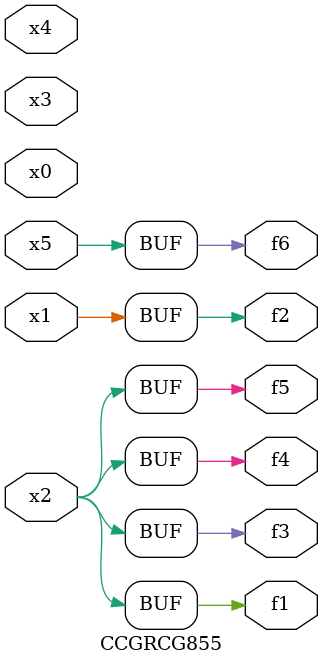
<source format=v>
module CCGRCG855(
	input x0, x1, x2, x3, x4, x5,
	output f1, f2, f3, f4, f5, f6
);
	assign f1 = x2;
	assign f2 = x1;
	assign f3 = x2;
	assign f4 = x2;
	assign f5 = x2;
	assign f6 = x5;
endmodule

</source>
